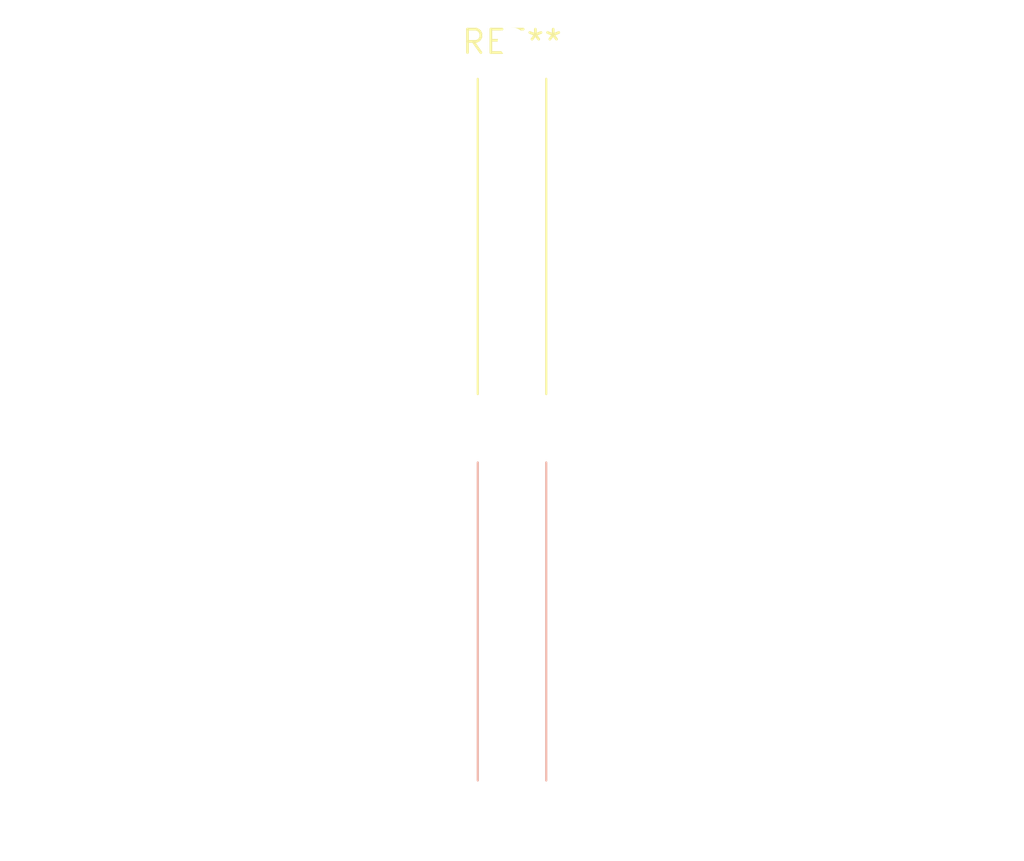
<source format=kicad_pcb>
(kicad_pcb (version 20240108) (generator pcbnew)
  (layers (0 "F.Cu" signal) (31 "B.Cu" signal) (34 "B.Paste" user) (35 "F.Paste" user) (36 "B.SilkS" user "B.Silkscreen") (37 "F.SilkS" user "F.Silkscreen") (38 "B.Mask" user) (39 "F.Mask" user) (44 "Edge.Cuts" user))
  (net 0 "")
  (footprint "SolderWire-0.75sqmm_1x01_D1.25mm_OD3.5mm_Relief2x" (layer "F.Cu") (at 0 0)
    (property "Reference" "REF**")
    (property "Value" "SolderWire-0.75sqmm_1x01_D1.25mm_OD3.5mm_Relief2x")
    (fp_line (start -1.86 22.86) (end -1.86 40.14) (layer "B.SilkS") (stroke (width 0.12)))
    (fp_line (start 1.86 22.86) (end 1.86 40.14) (layer "B.SilkS") (stroke (width 0.12)))
    (fp_line (start -1.86 2.01) (end -1.86 19.14) (layer "F.SilkS") (stroke (width 0.12)))
    (fp_line (start 1.86 2.01) (end 1.86 19.14) (layer "F.SilkS") (stroke (width 0.12)))
    (pad "" np_thru_hole circle (at 0 21) (size 4 4) (drill 4) (layers *.Cu *.Mask))
    (pad "" np_thru_hole circle (at 0 42) (size 4 4) (drill 4) (layers *.Cu *.Mask))
    (pad "1" thru_hole roundrect (at 0 0) (size 3.5 3.5) (drill 1.55) (layers *.Cu *.Mask) (remove_unused_layers) (roundrect_rratio 0.071429))
  )
)
</source>
